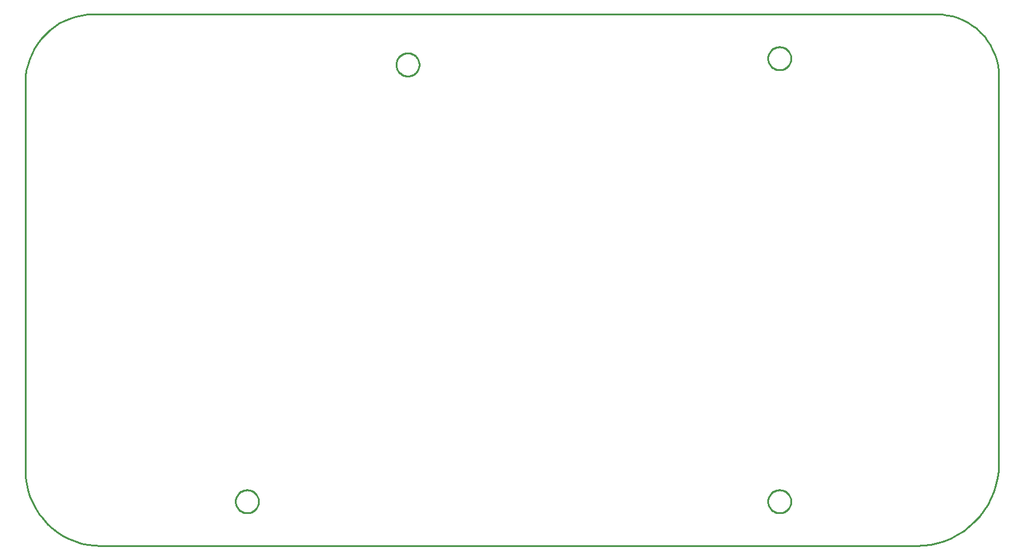
<source format=gbr>
G04 EAGLE Gerber X2 export*
%TF.Part,Single*%
%TF.FileFunction,Profile,NP*%
%TF.FilePolarity,Positive*%
%TF.GenerationSoftware,Autodesk,EAGLE,9.1.3*%
%TF.CreationDate,2020-03-16T18:04:25Z*%
G75*
%MOMM*%
%FSLAX34Y34*%
%LPD*%
%AMOC8*
5,1,8,0,0,1.08239X$1,22.5*%
G01*
%ADD10C,0.254000*%


D10*
X0Y107950D02*
X411Y98542D01*
X1640Y89205D01*
X3678Y80011D01*
X6510Y71029D01*
X10114Y62328D01*
X14463Y53975D01*
X19523Y46032D01*
X25255Y38561D01*
X31618Y31618D01*
X38561Y25256D01*
X46032Y19523D01*
X53975Y14463D01*
X62328Y10114D01*
X71029Y6510D01*
X80010Y3678D01*
X89205Y1640D01*
X98541Y411D01*
X107950Y0D01*
X1275080Y0D01*
X1285374Y449D01*
X1295590Y1794D01*
X1305649Y4025D01*
X1315476Y7123D01*
X1324995Y11066D01*
X1334135Y15824D01*
X1342825Y21360D01*
X1351000Y27632D01*
X1358596Y34594D01*
X1365558Y42190D01*
X1371830Y50365D01*
X1377366Y59055D01*
X1382124Y68195D01*
X1386067Y77714D01*
X1389165Y87541D01*
X1391396Y97600D01*
X1392741Y107816D01*
X1393190Y118110D01*
X1393190Y673100D01*
X1392852Y680848D01*
X1391839Y688537D01*
X1390161Y696109D01*
X1387829Y703506D01*
X1384861Y710671D01*
X1381280Y717550D01*
X1377113Y724091D01*
X1372391Y730244D01*
X1367152Y735962D01*
X1361434Y741201D01*
X1355281Y745923D01*
X1348740Y750090D01*
X1341861Y753671D01*
X1334696Y756639D01*
X1327299Y758971D01*
X1319727Y760649D01*
X1312038Y761662D01*
X1304290Y762000D01*
X97790Y762000D01*
X89267Y761628D01*
X80809Y760514D01*
X72480Y758668D01*
X64344Y756103D01*
X56462Y752838D01*
X48895Y748899D01*
X41700Y744315D01*
X34932Y739122D01*
X28642Y733358D01*
X22879Y727068D01*
X17685Y720300D01*
X13101Y713105D01*
X9162Y705538D01*
X5897Y697656D01*
X3332Y689520D01*
X1486Y681191D01*
X372Y672733D01*
X0Y664210D01*
X0Y107950D01*
X334010Y62960D02*
X333939Y61881D01*
X333798Y60809D01*
X333587Y59749D01*
X333308Y58705D01*
X332960Y57681D01*
X332546Y56683D01*
X332068Y55713D01*
X331528Y54777D01*
X330927Y53878D01*
X330269Y53021D01*
X329557Y52208D01*
X328792Y51444D01*
X327979Y50731D01*
X327122Y50073D01*
X326223Y49472D01*
X325287Y48932D01*
X324317Y48454D01*
X323319Y48040D01*
X322295Y47692D01*
X321251Y47413D01*
X320191Y47202D01*
X319119Y47061D01*
X318040Y46990D01*
X316960Y46990D01*
X315881Y47061D01*
X314809Y47202D01*
X313749Y47413D01*
X312705Y47692D01*
X311681Y48040D01*
X310683Y48454D01*
X309713Y48932D01*
X308777Y49472D01*
X307878Y50073D01*
X307021Y50731D01*
X306208Y51444D01*
X305444Y52208D01*
X304731Y53021D01*
X304073Y53878D01*
X303472Y54777D01*
X302932Y55713D01*
X302454Y56683D01*
X302040Y57681D01*
X301692Y58705D01*
X301413Y59749D01*
X301202Y60809D01*
X301061Y61881D01*
X300990Y62960D01*
X300990Y64040D01*
X301061Y65119D01*
X301202Y66191D01*
X301413Y67251D01*
X301692Y68295D01*
X302040Y69319D01*
X302454Y70317D01*
X302932Y71287D01*
X303472Y72223D01*
X304073Y73122D01*
X304731Y73979D01*
X305444Y74792D01*
X306208Y75557D01*
X307021Y76269D01*
X307878Y76927D01*
X308777Y77528D01*
X309713Y78068D01*
X310683Y78546D01*
X311681Y78960D01*
X312705Y79308D01*
X313749Y79587D01*
X314809Y79798D01*
X315881Y79939D01*
X316960Y80010D01*
X318040Y80010D01*
X319119Y79939D01*
X320191Y79798D01*
X321251Y79587D01*
X322295Y79308D01*
X323319Y78960D01*
X324317Y78546D01*
X325287Y78068D01*
X326223Y77528D01*
X327122Y76927D01*
X327979Y76269D01*
X328792Y75557D01*
X329557Y74792D01*
X330269Y73979D01*
X330927Y73122D01*
X331528Y72223D01*
X332068Y71287D01*
X332546Y70317D01*
X332960Y69319D01*
X333308Y68295D01*
X333587Y67251D01*
X333798Y66191D01*
X333939Y65119D01*
X334010Y64040D01*
X334010Y62960D01*
X1096010Y62960D02*
X1095939Y61881D01*
X1095798Y60809D01*
X1095587Y59749D01*
X1095308Y58705D01*
X1094960Y57681D01*
X1094546Y56683D01*
X1094068Y55713D01*
X1093528Y54777D01*
X1092927Y53878D01*
X1092269Y53021D01*
X1091557Y52208D01*
X1090792Y51444D01*
X1089979Y50731D01*
X1089122Y50073D01*
X1088223Y49472D01*
X1087287Y48932D01*
X1086317Y48454D01*
X1085319Y48040D01*
X1084295Y47692D01*
X1083251Y47413D01*
X1082191Y47202D01*
X1081119Y47061D01*
X1080040Y46990D01*
X1078960Y46990D01*
X1077881Y47061D01*
X1076809Y47202D01*
X1075749Y47413D01*
X1074705Y47692D01*
X1073681Y48040D01*
X1072683Y48454D01*
X1071713Y48932D01*
X1070777Y49472D01*
X1069878Y50073D01*
X1069021Y50731D01*
X1068208Y51444D01*
X1067444Y52208D01*
X1066731Y53021D01*
X1066073Y53878D01*
X1065472Y54777D01*
X1064932Y55713D01*
X1064454Y56683D01*
X1064040Y57681D01*
X1063692Y58705D01*
X1063413Y59749D01*
X1063202Y60809D01*
X1063061Y61881D01*
X1062990Y62960D01*
X1062990Y64040D01*
X1063061Y65119D01*
X1063202Y66191D01*
X1063413Y67251D01*
X1063692Y68295D01*
X1064040Y69319D01*
X1064454Y70317D01*
X1064932Y71287D01*
X1065472Y72223D01*
X1066073Y73122D01*
X1066731Y73979D01*
X1067444Y74792D01*
X1068208Y75557D01*
X1069021Y76269D01*
X1069878Y76927D01*
X1070777Y77528D01*
X1071713Y78068D01*
X1072683Y78546D01*
X1073681Y78960D01*
X1074705Y79308D01*
X1075749Y79587D01*
X1076809Y79798D01*
X1077881Y79939D01*
X1078960Y80010D01*
X1080040Y80010D01*
X1081119Y79939D01*
X1082191Y79798D01*
X1083251Y79587D01*
X1084295Y79308D01*
X1085319Y78960D01*
X1086317Y78546D01*
X1087287Y78068D01*
X1088223Y77528D01*
X1089122Y76927D01*
X1089979Y76269D01*
X1090792Y75557D01*
X1091557Y74792D01*
X1092269Y73979D01*
X1092927Y73122D01*
X1093528Y72223D01*
X1094068Y71287D01*
X1094546Y70317D01*
X1094960Y69319D01*
X1095308Y68295D01*
X1095587Y67251D01*
X1095798Y66191D01*
X1095939Y65119D01*
X1096010Y64040D01*
X1096010Y62960D01*
X563880Y689070D02*
X563809Y687991D01*
X563668Y686919D01*
X563457Y685859D01*
X563178Y684815D01*
X562830Y683791D01*
X562416Y682793D01*
X561938Y681823D01*
X561398Y680887D01*
X560797Y679988D01*
X560139Y679131D01*
X559427Y678318D01*
X558662Y677554D01*
X557849Y676841D01*
X556992Y676183D01*
X556093Y675582D01*
X555157Y675042D01*
X554187Y674564D01*
X553189Y674150D01*
X552165Y673802D01*
X551121Y673523D01*
X550061Y673312D01*
X548989Y673171D01*
X547910Y673100D01*
X546830Y673100D01*
X545751Y673171D01*
X544679Y673312D01*
X543619Y673523D01*
X542575Y673802D01*
X541551Y674150D01*
X540553Y674564D01*
X539583Y675042D01*
X538647Y675582D01*
X537748Y676183D01*
X536891Y676841D01*
X536078Y677554D01*
X535314Y678318D01*
X534601Y679131D01*
X533943Y679988D01*
X533342Y680887D01*
X532802Y681823D01*
X532324Y682793D01*
X531910Y683791D01*
X531562Y684815D01*
X531283Y685859D01*
X531072Y686919D01*
X530931Y687991D01*
X530860Y689070D01*
X530860Y690150D01*
X530931Y691229D01*
X531072Y692301D01*
X531283Y693361D01*
X531562Y694405D01*
X531910Y695429D01*
X532324Y696427D01*
X532802Y697397D01*
X533342Y698333D01*
X533943Y699232D01*
X534601Y700089D01*
X535314Y700902D01*
X536078Y701667D01*
X536891Y702379D01*
X537748Y703037D01*
X538647Y703638D01*
X539583Y704178D01*
X540553Y704656D01*
X541551Y705070D01*
X542575Y705418D01*
X543619Y705697D01*
X544679Y705908D01*
X545751Y706049D01*
X546830Y706120D01*
X547910Y706120D01*
X548989Y706049D01*
X550061Y705908D01*
X551121Y705697D01*
X552165Y705418D01*
X553189Y705070D01*
X554187Y704656D01*
X555157Y704178D01*
X556093Y703638D01*
X556992Y703037D01*
X557849Y702379D01*
X558662Y701667D01*
X559427Y700902D01*
X560139Y700089D01*
X560797Y699232D01*
X561398Y698333D01*
X561938Y697397D01*
X562416Y696427D01*
X562830Y695429D01*
X563178Y694405D01*
X563457Y693361D01*
X563668Y692301D01*
X563809Y691229D01*
X563880Y690150D01*
X563880Y689070D01*
X1096010Y697960D02*
X1095939Y696881D01*
X1095798Y695809D01*
X1095587Y694749D01*
X1095308Y693705D01*
X1094960Y692681D01*
X1094546Y691683D01*
X1094068Y690713D01*
X1093528Y689777D01*
X1092927Y688878D01*
X1092269Y688021D01*
X1091557Y687208D01*
X1090792Y686444D01*
X1089979Y685731D01*
X1089122Y685073D01*
X1088223Y684472D01*
X1087287Y683932D01*
X1086317Y683454D01*
X1085319Y683040D01*
X1084295Y682692D01*
X1083251Y682413D01*
X1082191Y682202D01*
X1081119Y682061D01*
X1080040Y681990D01*
X1078960Y681990D01*
X1077881Y682061D01*
X1076809Y682202D01*
X1075749Y682413D01*
X1074705Y682692D01*
X1073681Y683040D01*
X1072683Y683454D01*
X1071713Y683932D01*
X1070777Y684472D01*
X1069878Y685073D01*
X1069021Y685731D01*
X1068208Y686444D01*
X1067444Y687208D01*
X1066731Y688021D01*
X1066073Y688878D01*
X1065472Y689777D01*
X1064932Y690713D01*
X1064454Y691683D01*
X1064040Y692681D01*
X1063692Y693705D01*
X1063413Y694749D01*
X1063202Y695809D01*
X1063061Y696881D01*
X1062990Y697960D01*
X1062990Y699040D01*
X1063061Y700119D01*
X1063202Y701191D01*
X1063413Y702251D01*
X1063692Y703295D01*
X1064040Y704319D01*
X1064454Y705317D01*
X1064932Y706287D01*
X1065472Y707223D01*
X1066073Y708122D01*
X1066731Y708979D01*
X1067444Y709792D01*
X1068208Y710557D01*
X1069021Y711269D01*
X1069878Y711927D01*
X1070777Y712528D01*
X1071713Y713068D01*
X1072683Y713546D01*
X1073681Y713960D01*
X1074705Y714308D01*
X1075749Y714587D01*
X1076809Y714798D01*
X1077881Y714939D01*
X1078960Y715010D01*
X1080040Y715010D01*
X1081119Y714939D01*
X1082191Y714798D01*
X1083251Y714587D01*
X1084295Y714308D01*
X1085319Y713960D01*
X1086317Y713546D01*
X1087287Y713068D01*
X1088223Y712528D01*
X1089122Y711927D01*
X1089979Y711269D01*
X1090792Y710557D01*
X1091557Y709792D01*
X1092269Y708979D01*
X1092927Y708122D01*
X1093528Y707223D01*
X1094068Y706287D01*
X1094546Y705317D01*
X1094960Y704319D01*
X1095308Y703295D01*
X1095587Y702251D01*
X1095798Y701191D01*
X1095939Y700119D01*
X1096010Y699040D01*
X1096010Y697960D01*
M02*

</source>
